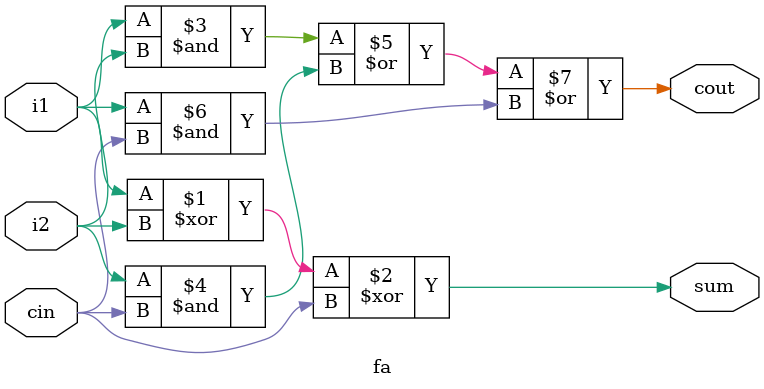
<source format=v>
module fa (sum, cout, i1, i2, cin);
	
	input i1, i2, cin;
	output sum, cout;

	assign sum = i1 ^ i2 ^ cin;
	assign cout = (i1 & i2) | (i2 & cin) | (i1 & cin);

endmodule
</source>
